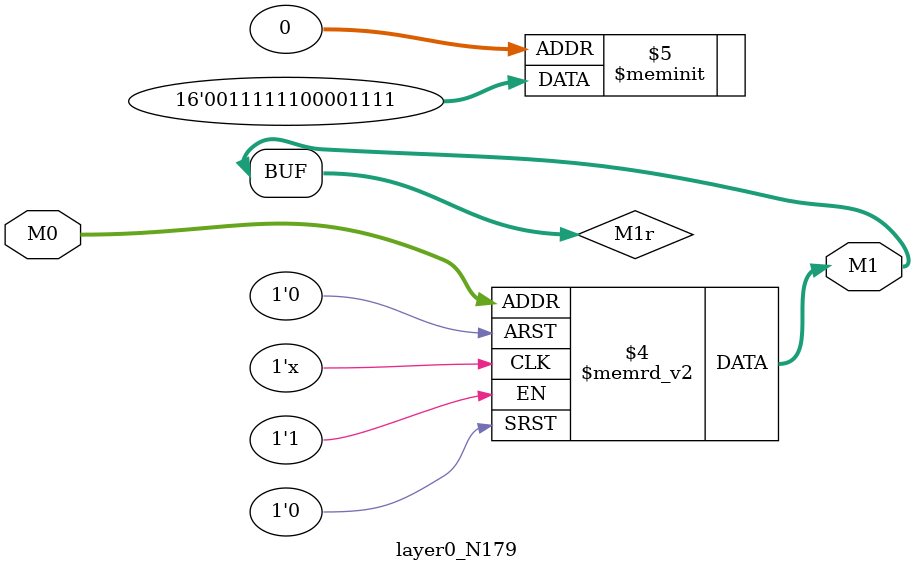
<source format=v>
module layer0_N179 ( input [2:0] M0, output [1:0] M1 );

	(*rom_style = "distributed" *) reg [1:0] M1r;
	assign M1 = M1r;
	always @ (M0) begin
		case (M0)
			3'b000: M1r = 2'b11;
			3'b100: M1r = 2'b11;
			3'b010: M1r = 2'b00;
			3'b110: M1r = 2'b11;
			3'b001: M1r = 2'b11;
			3'b101: M1r = 2'b11;
			3'b011: M1r = 2'b00;
			3'b111: M1r = 2'b00;

		endcase
	end
endmodule

</source>
